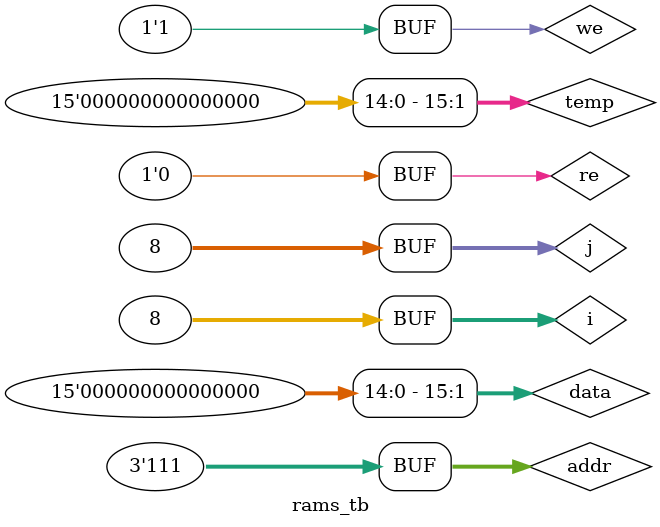
<source format=v>
module rams_tb();
parameter depth=8,width=16,addr_bus=3;
reg [addr_bus-1:0]addr;
reg we,re;
wire [width-1:0]data;
reg [width-1:0]temp;
integer i,j;
rams DUT(addr,data,we,en);
initial
begin
for(i=0;i<8;i=i+1)
begin
addr<=i;
we<=1'b0;
re<=1'b1;
end
end
initial
begin
for(j=0;j<8;j=j+1)
begin
addr<=j;
we<=1'b1;
re<=1'b0;
temp<=$random;
end
end
assign data=(we && ~re)? temp:16'bz;
endmodule

</source>
